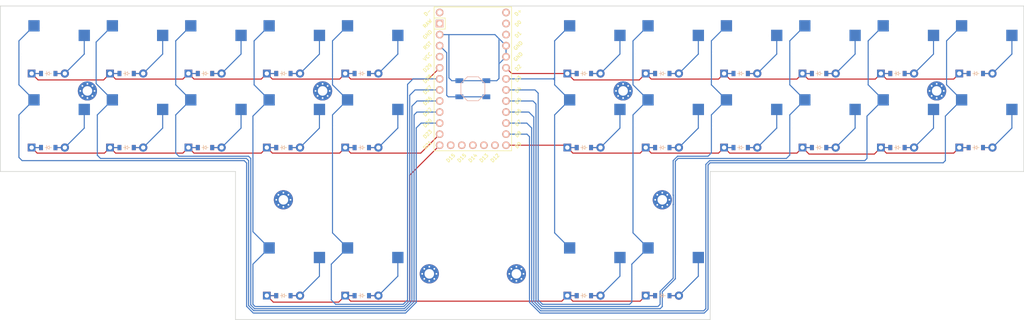
<source format=kicad_pcb>
(kicad_pcb (version 20241229) (generator "pcbnew") (generator_version "9.0")
  (title_block (title "pcb") (rev "v1.0.0") (company "Unknown"))
  (layers (0 "F.Cu" signal) (2 "B.Cu" signal) (13 "F.Paste" user) (15 "B.Paste" user) (5 "F.SilkS" user) (7 "B.SilkS" user) (1 "F.Mask" user) (3 "B.Mask" user) (25 "Edge.Cuts" user))
  (net 0 "")
  (net 1 "D20")
  (net 2 "pinky_lbottom")
  (net 3 "pinky_ltop")
  (net 4 "D22")
  (net 5 "ring_lbottom")
  (net 6 "ring_ltop")
  (net 7 "D26")
  (net 8 "middle_lbottom")
  (net 9 "middle_ltop")
  (net 10 "D27")
  (net 11 "index_lbottom")
  (net 12 "index_ltop")
  (net 13 "D28")
  (net 14 "inner_lbottom")
  (net 15 "inner_ltop")
  (net 16 "D3")
  (net 17 "inner_rbottom")
  (net 18 "inner_rtop")
  (net 19 "D4")
  (net 20 "index_rbottom")
  (net 21 "index_rtop")
  (net 22 "D5")
  (net 23 "middle_rbottom")
  (net 24 "middle_rtop")
  (net 25 "D6")
  (net 26 "ring_rbottom")
  (net 27 "ring_rtop")
  (net 28 "D7")
  (net 29 "pinky_rbottom")
  (net 30 "pinky_rtop")
  (net 31 "D8")
  (net 32 "outer_rbottom")
  (net 33 "outer_rtop")
  (net 34 "outer_lttop")
  (net 35 "inner_lttop")
  (net 36 "inner_rttop")
  (net 37 "outer_rttop")
  (net 38 "D23")
  (net 39 "D29")
  (net 40 "D9")
  (net 41 "D2")
  (net 42 "D21")
  (net 43 "Dm")
  (net 44 "RAW")
  (net 45 "GND")
  (net 46 "RST")
  (net 47 "VCC")
  (net 48 "D12")
  (net 49 "D13")
  (net 50 "D14")
  (net 51 "D15")
  (net 52 "D16")
  (net 53 "Dp")
  (net 54 "D0")
  (net 55 "D1")
  (footprint "E73:SW_TACT_ALPS_SKQGABE010" (layer "F.Cu") (at 197.5 91.5)
    (property "Reference" "B1" (hide yes))
    (property "Value" "" (hide yes))
  )
  (footprint "PG1350" (layer "F.Cu") (at 154 83)
    (property "Reference" "S8" (hide yes))
    (property "Value" "" (hide yes))
  )
  (footprint "PG1350" (layer "F.Cu") (at 241 83)
    (property "Reference" "S14" (hide yes))
    (property "Value" "" (hide yes))
  )
  (footprint "PG1350" (layer "F.Cu") (at 241 134)
    (property "Reference" "S26" (hide yes))
    (property "Value" "" (hide yes))
  )
  (footprint "ComboDiode" (layer "F.Cu") (at 172 105)
    (property "Reference" "D9" (hide yes))
    (property "Value" "" (hide yes))
  )
  (footprint "PG1350" (layer "F.Cu") (at 118 100)
    (property "Reference" "S3" (hide yes))
    (property "Value" "" (hide yes))
  )
  (footprint "PG1350" (layer "F.Cu") (at 313 83)
    (property "Reference" "S22" (hide yes))
    (property "Value" "" (hide yes))
  )
  (footprint "PG1350" (layer "F.Cu") (at 259 100)
    (property "Reference" "S15" (hide yes))
    (property "Value" "" (hide yes))
  )
  (footprint "PG1350" (layer "F.Cu") (at 154 100)
    (property "Reference" "S7" (hide yes))
    (property "Value" "" (hide yes))
  )
  (footprint "ComboDiode" (layer "F.Cu") (at 223 139)
    (property "Reference" "D25" (hide yes))
    (property "Value" "" (hide yes))
  )
  (footprint "ComboDiode" (layer "F.Cu") (at 277 88)
    (property "Reference" "D18" (hide yes))
    (property "Value" "" (hide yes))
  )
  (footprint "ComboDiode" (layer "F.Cu") (at 100 105)
    (property "Reference" "D1" (hide yes))
    (property "Value" "" (hide yes))
  )
  (footprint "Mount_Hole_2.2mm_Pad_Via" (layer "F.Cu") (at 232 92)
    (property "Reference" "_3" (hide yes))
    (property "Value" "")
  )
  (footprint "Mount_Hole_2.2mm_Pad_Via" (layer "F.Cu") (at 187.5 134)
    (property "Reference" "_7" (hide yes))
    (property "Value" "")
  )
  (footprint "PG1350" (layer "F.Cu") (at 136 83)
    (property "Reference" "S6" (hide yes))
    (property "Value" "" (hide yes))
  )
  (footprint "PG1350" (layer "F.Cu") (at 172 100)
    (property "Reference" "S9" (hide yes))
    (property "Value" "" (hide yes))
  )
  (footprint "ComboDiode" (layer "F.Cu") (at 277 105)
    (property "Reference" "D17" (hide yes))
    (property "Value" "" (hide yes))
  )
  (footprint "ComboDiode" (layer "F.Cu") (at 295 88)
    (property "Reference" "D20" (hide yes))
    (property "Value" "" (hide yes))
  )
  (footprint "ComboDiode" (layer "F.Cu") (at 259 105)
    (property "Reference" "D15" (hide yes))
    (property "Value" "" (hide yes))
  )
  (footprint "ComboDiode" (layer "F.Cu") (at 241 105)
    (property "Reference" "D13" (hide yes))
    (property "Value" "" (hide yes))
  )
  (footprint "PG1350" (layer "F.Cu") (at 118 83)
    (property "Reference" "S4" (hide yes))
    (property "Value" "" (hide yes))
  )
  (footprint "PG1350" (layer "F.Cu") (at 313 100)
    (property "Reference" "S21" (hide yes))
    (property "Value" "" (hide yes))
  )
  (footprint "Mount_Hole_2.2mm_Pad_Via" (layer "F.Cu") (at 304 92)
    (property "Reference" "_4" (hide yes))
    (property "Value" "")
  )
  (footprint "ComboDiode" (layer "F.Cu") (at 241 139)
    (property "Reference" "D26" (hide yes))
    (property "Value" "" (hide yes))
  )
  (footprint "ComboDiode" (layer "F.Cu") (at 295 105)
    (property "Reference" "D19" (hide yes))
    (property "Value" "" (hide yes))
  )
  (footprint "PG1350" (layer "F.Cu") (at 223 134)
    (property "Reference" "S25" (hide yes))
    (property "Value" "" (hide yes))
  )
  (footprint "ComboDiode" (layer "F.Cu") (at 118 88)
    (property "Reference" "D4" (hide yes))
    (property "Value" "" (hide yes))
  )
  (footprint "Mount_Hole_2.2mm_Pad_Via" (layer "F.Cu") (at 241 117)
    (property "Reference" "_6" (hide yes))
    (property "Value" "")
  )
  (footprint "ComboDiode" (layer "F.Cu") (at 154 139)
    (property "Reference" "D23" (hide yes))
    (property "Value" "" (hide yes))
  )
  (footprint "PG1350" (layer "F.Cu") (at 154 134)
    (property "Reference" "S23" (hide yes))
    (property "Value" "" (hide yes))
  )
  (footprint "ComboDiode" (layer "F.Cu") (at 223 105)
    (property "Reference" "D11" (hide yes))
    (property "Value" "" (hide yes))
  )
  (footprint "ComboDiode" (layer "F.Cu") (at 313 88)
    (property "Reference" "D22" (hide yes))
    (property "Value" "" (hide yes))
  )
  (footprint "Mount_Hole_2.2mm_Pad_Via" (layer "F.Cu") (at 207.5 134)
    (property "Reference" "_8" (hide yes))
    (property "Value" "")
  )
  (footprint "ComboDiode" (layer "F.Cu") (at 154 88)
    (property "Reference" "D8" (hide yes))
    (property "Value" "" (hide yes))
  )
  (footprint "ComboDiode" (layer "F.Cu") (at 118 105)
    (property "Reference" "D3" (hide yes))
    (property "Value" "" (hide yes))
  )
  (footprint "ComboDiode" (layer "F.Cu") (at 136 88)
    (property "Reference" "D6" (hide yes))
    (property "Value" "" (hide yes))
  )
  (footprint "ProMicro" (layer "F.Cu") (at 197.5 90.5 -90)
    (property "Reference" "MCU1" (hide yes))
    (property "Value" "" (hide yes))
  )
  (footprint "PG1350" (layer "F.Cu") (at 223 83)
    (property "Reference" "S12" (hide yes))
    (property "Value" "" (hide yes))
  )
  (footprint "ComboDiode" (layer "F.Cu") (at 172 88)
    (property "Reference" "D10" (hide yes))
    (property "Value" "" (hide yes))
  )
  (footprint "Mount_Hole_2.2mm_Pad_Via" (layer "F.Cu") (at 163 92)
    (property "Reference" "_2" (hide yes))
    (property "Value" "")
  )
  (footprint "ComboDiode" (layer "F.Cu") (at 259 88)
    (property "Reference" "D16" (hide yes))
    (property "Value" "" (hide yes))
  )
  (footprint "PG1350" (layer "F.Cu") (at 277 83)
    (property "Reference" "S18" (hide yes))
    (property "Value" "" (hide yes))
  )
  (footprint "ComboDiode" (layer "F.Cu") (at 136 105)
    (property "Reference" "D5" (hide yes))
    (property "Value" "" (hide yes))
  )
  (footprint "PG1350" (layer "F.Cu") (at 241 100)
    (property "Reference" "S13" (hide yes))
    (property "Value" "" (hide yes))
  )
  (footprint "Mount_Hole_2.2mm_Pad_Via" (layer "F.Cu") (at 154 117)
    (property "Reference" "_5" (hide yes))
    (property "Value" "")
  )
  (footprint "ComboDiode" (layer "F.Cu") (at 223 88)
    (property "Reference" "D12" (hide yes))
    (property "Value" "" (hide yes))
  )
  (footprint "PG1350" (layer "F.Cu") (at 223 100)
    (property "Reference" "S11" (hide yes))
    (property "Value" "" (hide yes))
  )
  (footprint "PG1350" (layer "F.Cu") (at 100 83)
    (property "Reference" "S2" (hide yes))
    (property "Value" "" (hide yes))
  )
  (footprint "PG1350" (layer "F.Cu") (at 172 134)
    (property "Reference" "S24" (hide yes))
    (property "Value" "" (hide yes))
  )
  (footprint "ComboDiode" (layer "F.Cu") (at 100 88)
    (property "Reference" "D2" (hide yes))
    (property "Value" "" (hide yes))
  )
  (footprint "PG1350" (layer "F.Cu") (at 136 100)
    (property "Reference" "S5" (hide yes))
    (property "Value" "" (hide yes))
  )
  (footprint "ComboDiode" (layer "F.Cu") (at 172 139)
    (property "Reference" "D24" (hide yes))
    (property "Value" "" (hide yes))
  )
  (footprint "PG1350" (layer "F.Cu") (at 295 100)
    (property "Reference" "S19" (hide yes))
    (property "Value" "" (hide yes))
  )
  (footprint "ComboDiode" (layer "F.Cu") (at 241 88)
    (property "Reference" "D14" (hide yes))
    (property "Value" "" (hide yes))
  )
  (footprint "ComboDiode" (layer "F.Cu") (at 154 105)
    (property "Reference" "D7" (hide yes))
    (property "Value" "" (hide yes))
  )
  (footprint "PG1350" (layer "F.Cu") (at 277 100)
    (property "Reference" "S17" (hide yes))
    (property "Value" "" (hide yes))
  )
  (footprint "PG1350" (layer "F.Cu") (at 259 83)
    (property "Reference" "S16" (hide yes))
    (property "Value" "" (hide yes))
  )
  (footprint "ComboDiode" (layer "F.Cu") (at 313 105)
    (property "Reference" "D21" (hide yes))
    (property "Value" "" (hide yes))
  )
  (footprint "Mount_Hole_2.2mm_Pad_Via" (layer "F.Cu") (at 109 92)
    (property "Reference" "_1" (hide yes))
    (property "Value" "")
  )
  (footprint "PG1350" (layer "F.Cu") (at 172 83)
    (property "Reference" "S10" (hide yes))
    (property "Value" "" (hide yes))
  )
  (footprint "PG1350" (layer "F.Cu") (at 100 100)
    (property "Reference" "S1" (hide yes))
    (property "Value" "" (hide yes))
  )
  (footprint "PG1350" (layer "F.Cu") (at 295 83)
    (property "Reference" "S20" (hide yes))
    (property "Value" "" (hide yes))
  )
  (gr_line (start 324 110.5) (end 252 110.5) (stroke (width 0.15)) (layer "Edge.Cuts"))
  (gr_line (start 252 110.5) (end 252 144.5) (stroke (width 0.15)) (layer "Edge.Cuts"))
  (gr_line (start 324 72.5) (end 324 110.5) (stroke (width 0.15)) (layer "Edge.Cuts"))
  (gr_line (start 89 72.5) (end 324 72.5) (stroke (width 0.15)) (layer "Edge.Cuts"))
  (gr_line (start 252 144.5) (end 143 144.5) (stroke (width 0.15)) (layer "Edge.Cuts"))
  (gr_line (start 143 144.5) (end 143 110.5) (stroke (width 0.15)) (layer "Edge.Cuts"))
  (gr_line (start 143 110.5) (end 89 110.5) (stroke (width 0.15)) (layer "Edge.Cuts"))
  (gr_line (start 89 110.5) (end 89 72.5) (stroke (width 0.15)) (layer "Edge.Cuts"))
  (segment (start 182.05124 143) (end 184.5 140.55124) (width 0.25) (layer "B.Cu") (net 1))
  (segment (start 185.61 99.39) (end 189.88 99.39) (width 0.25) (layer "B.Cu") (net 1))
  (segment (start 94 108) (end 145 108) (width 0.25) (layer "B.Cu") (net 1))
  (segment (start 145.549 141.46243) (end 147.08657 143) (width 0.25) (layer "B.Cu") (net 1))
  (segment (start 145.549 108.549) (end 145.549 141.46243) (width 0.25) (layer "B.Cu") (net 1))
  (segment (start 93.2731 80.5019) (end 96.725 77.05) (width 0.25) (layer "B.Cu") (net 1))
  (segment (start 93.2731 97.5019) (end 93.2731 107.2731) (width 0.25) (layer "B.Cu") (net 1))
  (segment (start 147.08657 143) (end 182.05124 143) (width 0.25) (layer "B.Cu") (net 1))
  (segment (start 93.2731 107.2731) (end 94 108) (width 0.25) (layer "B.Cu") (net 1))
  (segment (start 145 108) (end 145.549 108.549) (width 0.25) (layer "B.Cu") (net 1))
  (segment (start 184.5 100.5) (end 185.61 99.39) (width 0.25) (layer "B.Cu") (net 1))
  (segment (start 184.5 140.55124) (end 184.5 100.5) (width 0.25) (layer "B.Cu") (net 1))
  (segment (start 96.725 94.05) (end 93.2731 90.5981) (width 0.25) (layer "B.Cu") (net 1))
  (segment (start 96.725 94.05) (end 93.2731 97.5019) (width 0.25) (layer "B.Cu") (net 1))
  (segment (start 93.2731 90.5981) (end 93.2731 80.5019) (width 0.25) (layer "B.Cu") (net 1))
  (segment (start 103.81 105) (end 101.65 105) (width 0.25) (layer "F.Cu") (net 2))
  (segment (start 101.65 105) (end 103.81 105) (width 0.25) (layer "B.Cu") (net 2))
  (segment (start 108.275 100.535) (end 108.275 96.25) (width 0.25) (layer "B.Cu") (net 2))
  (segment (start 103.81 105) (end 108.275 100.535) (width 0.25) (layer "B.Cu") (net 2))
  (segment (start 101.65 88) (end 103.81 88) (width 0.25) (layer "F.Cu") (net 3))
  (segment (start 108.275 83.535) (end 108.275 79.25) (width 0.25) (layer "B.Cu") (net 3))
  (segment (start 103.81 88) (end 108.275 83.535) (width 0.25) (layer "B.Cu") (net 3))
  (segment (start 101.65 88) (end 103.81 88) (width 0.25) (layer "B.Cu") (net 3))
  (segment (start 114.725 94.05) (end 111 90.325) (width 0.25) (layer "B.Cu") (net 4))
  (segment (start 111 80.775) (end 114.725 77.05) (width 0.25) (layer "B.Cu") (net 4))
  (segment (start 146 108) (end 146 141.27562) (width 0.25) (layer "B.Cu") (net 4))
  (segment (start 184 97.5) (end 184.65 96.85) (width 0.25) (layer "B.Cu") (net 4))
  (segment (start 181.96243 142.451) (end 184 140.41343) (width 0.25) (layer "B.Cu") (net 4))
  (segment (start 184.65 96.85) (end 189.88 96.85) (width 0.25) (layer "B.Cu") (net 4))
  (segment (start 146 141.27562) (end 147.17538 142.451) (width 0.25) (layer "B.Cu") (net 4))
  (segment (start 147.17538 142.451) (end 181.96243 142.451) (width 0.25) (layer "B.Cu") (net 4))
  (segment (start 145.5 107.5) (end 146 108) (width 0.25) (layer "B.Cu") (net 4))
  (segment (start 111 90.325) (end 111 80.775) (width 0.25) (layer "B.Cu") (net 4))
  (segment (start 111.2731 97.5019) (end 111.2731 106.7731) (width 0.25) (layer "B.Cu") (net 4))
  (segment (start 112 107.5) (end 145.5 107.5) (width 0.25) (layer "B.Cu") (net 4))
  (segment (start 111.2731 106.7731) (end 112 107.5) (width 0.25) (layer "B.Cu") (net 4))
  (segment (start 184 140.41343) (end 184 97.5) (width 0.25) (layer "B.Cu") (net 4))
  (segment (start 114.725 94.05) (end 111.2731 97.5019) (width 0.25) (layer "B.Cu") (net 4))
  (segment (start 121.81 105) (end 119.65 105) (width 0.25) (layer "F.Cu") (net 5))
  (segment (start 126.275 100.535) (end 126.275 96.25) (width 0.25) (layer "B.Cu") (net 5))
  (segment (start 119.65 105) (end 121.81 105) (width 0.25) (layer "B.Cu") (net 5))
  (segment (start 121.81 105) (end 126.275 100.535) (width 0.25) (layer "B.Cu") (net 5))
  (segment (start 119.65 88) (end 121.81 88) (width 0.25) (layer "F.Cu") (net 6))
  (segment (start 126.275 83.535) (end 126.275 79.25) (width 0.25) (layer "B.Cu") (net 6))
  (segment (start 119.65 88) (end 121.81 88) (width 0.25) (layer "B.Cu") (net 6))
  (segment (start 121.81 88) (end 126.275 83.535) (width 0.25) (layer "B.Cu") (net 6))
  (segment (start 130 107) (end 146 107) (width 0.25) (layer "B.Cu") (net 7))
  (segment (start 183.5 95.5) (end 184.69 94.31) (width 0.25) (layer "B.Cu") (net 7))
  (segment (start 146.5 141.13781) (end 147.36219 142) (width 0.25) (layer "B.Cu") (net 7))
  (segment (start 146.5 107.5) (end 146.5 141.13781) (width 0.25) (layer "B.Cu") (net 7))
  (segment (start 183.5 140.27562) (end 183.5 95.5) (width 0.25) (layer "B.Cu") (net 7))
  (segment (start 132.725 94.05) (end 129.2731 90.5981) (width 0.25) (layer "B.Cu") (net 7))
  (segment (start 147.36219 142) (end 181.77562 142) (width 0.25) (layer "B.Cu") (net 7))
  (segment (start 129.2731 106.2731) (end 130 107) (width 0.25) (layer "B.Cu") (net 7))
  (segment (start 184.69 94.31) (end 189.88 94.31) (width 0.25) (layer "B.Cu") (net 7))
  (segment (start 129.2731 80.5019) (end 132.725 77.05) (width 0.25) (layer "B.Cu") (net 7))
  (segment (start 129.2731 90.5981) (end 129.2731 80.5019) (width 0.25) (layer "B.Cu") (net 7))
  (segment (start 132.725 94.05) (end 129.2731 97.5019) (width 0.25) (layer "B.Cu") (net 7))
  (segment (start 129.2731 97.5019) (end 129.2731 106.2731) (width 0.25) (layer "B.Cu") (net 7))
  (segment (start 146 107) (end 146.5 107.5) (width 0.25) (layer "B.Cu") (net 7))
  (segment (start 181.77562 142) (end 183.5 140.27562) (width 0.25) (layer "B.Cu") (net 7))
  (segment (start 139.81 105) (end 137.65 105) (width 0.25) (layer "F.Cu") (net 8))
  (segment (start 137.65 105) (end 139.81 105) (width 0.25) (layer "B.Cu") (net 8))
  (segment (start 144.275 100.535) (end 144.275 96.25) (width 0.25) (layer "B.Cu") (net 8))
  (segment (start 139.81 105) (end 144.275 100.535) (width 0.25) (layer "B.Cu") (net 8))
  (segment (start 137.65 88) (end 139.81 88) (width 0.25) (layer "F.Cu") (net 9))
  (segment (start 144.275 83.535) (end 144.275 79.25) (width 0.25) (layer "B.Cu") (net 9))
  (segment (start 139.81 88) (end 144.275 83.535) (width 0.25) (layer "B.Cu") (net 9))
  (segment (start 137.65 88) (end 139.81 88) (width 0.25) (layer "B.Cu") (net 9))
  (segment (start 150.725 94.05) (end 147.2731 90.5981) (width 0.25) (layer "B.Cu") (net 10))
  (segment (start 147.2731 80.5019) (end 150.725 77.05) (width 0.25) (layer "B.Cu") (net 10))
  (segment (start 150.725 128.05) (end 147 124.325) (width 0.25) (layer "B.Cu") (net 10))
  (segment (start 147 124.325) (end 147 97.775) (width 0.25) (layer "B.Cu") (net 10))
  (segment (start 183 93) (end 184.23 91.77) (width 0.25) (layer "B.Cu") (net 10))
  (segment (start 147 131.775) (end 147 141) (width 0.25) (layer "B.Cu") (net 10))
  (segment (start 147.5 141.5) (end 181.63781 141.5) (width 0.25) (layer "B.Cu") (net 10))
  (segment (start 147 141) (end 147.5 141.5) (width 0.25) (layer "B.Cu") (net 10))
  (segment (start 147.2731 90.5981) (end 147.2731 80.5019) (width 0.25) (layer "B.Cu") (net 10))
  (segment (start 183 140.13781) (end 183 93) (width 0.25) (layer "B.Cu") (net 10))
  (segment (start 181.63781 141.5) (end 183 140.13781) (width 0.25) (layer "B.Cu") (net 10))
  (segment (start 184.23 91.77) (end 189.88 91.77) (width 0.25) (layer "B.Cu") (net 10))
  (segment (start 147 97.775) (end 150.725 94.05) (width 0.25) (layer "B.Cu") (net 10))
  (segment (start 150.725 128.05) (end 147 131.775) (width 0.25) (layer "B.Cu") (net 10))
  (segment (start 157.81 105) (end 155.65 105) (width 0.25) (layer "F.Cu") (net 11))
  (segment (start 162.275 100.535) (end 162.275 96.25) (width 0.25) (layer "B.Cu") (net 11))
  (segment (start 157.81 105) (end 162.275 100.535) (width 0.25) (layer "B.Cu") (net 11))
  (segment (start 157.81 105) (end 155.65 105) (width 0.25) (layer "B.Cu") (net 11))
  (segment (start 155.65 88) (end 157.81 88) (width 0.25) (layer "F.Cu") (net 12))
  (segment (start 157.81 88) (end 162.275 83.535) (width 0.25) (layer "B.Cu") (net 12))
  (segment (start 162.275 83.535) (end 162.275 79.25) (width 0.25) (layer "B.Cu") (net 12))
  (segment (start 155.65 88) (end 157.81 88) (width 0.25) (layer "B.Cu") (net 12))
  (segment (start 165 131.775) (end 165 140) (width 0.25) (layer "B.Cu") (net 13))
  (segment (start 168.725 94.05) (end 165.2731 90.5981) (width 0.25) (layer "B.Cu") (net 13))
  (segment (start 181.5 141) (end 182.5 140) (width 0.25) (layer "B.Cu") (net 13))
  (segment (start 165.2731 97.5019) (end 168.725 94.05) (width 0.25) (layer "B.Cu") (net 13))
  (segment (start 182.5 126) (end 182.5 90.5) (width 0.25) (layer "B.Cu") (net 13))
  (segment (start 165.2731 124.5981) (end 165.2731 97.5019) (width 0.25) (layer "B.Cu") (net 13))
  (segment (start 182.5 140) (end 182.5 126) (width 0.25) (layer "B.Cu") (net 13))
  (segment (start 165.2731 90.5981) (end 165.2731 80.5019) (width 0.25) (layer "B.Cu") (net 13))
  (segment (start 165 140) (end 166 141) (width 0.25) (layer "B.Cu") (net 13))
  (segment (start 165.2731 80.5019) (end 168.725 77.05) (width 0.25) (layer "B.Cu") (net 13))
  (segment (start 168.725 128.05) (end 165.2731 124.5981) (width 0.25) (layer "B.Cu") (net 13))
  (segment (start 166 141) (end 181.5 141) (width 0.25) (layer "B.Cu") (net 13))
  (segment (start 183.77 89.23) (end 189.88 89.23) (width 0.25) (layer "B.Cu") (net 13))
  (segment (start 168.725 128.05) (end 165 131.775) (width 0.25) (layer "B.Cu") (net 13))
  (segment (start 182.5 90.5) (end 183.77 89.23) (width 0.25) (layer "B.Cu") (net 13))
  (segment (start 175.81 105) (end 173.65 105) (width 0.25) (layer "F.Cu") (net 14))
  (segment (start 175.81 105) (end 173.65 105) (width 0.25) (layer "B.Cu") (net 14))
  (segment (start 180.275 100.535) (end 180.275 96.25) (width 0.25) (layer "B.Cu") (net 14))
  (segment (start 175.81 105) (end 180.275 100.535) (width 0.25) (layer "B.Cu") (net 14))
  (segment (start 173.65 88) (end 175.81 88) (width 0.25) (layer "F.Cu") (net 15))
  (segment (start 173.65 88) (end 175.81 88) (width 0.25) (layer "B.Cu") (net 15))
  (segment (start 175.81 88) (end 180.275 83.535) (width 0.25) (layer "B.Cu") (net 15))
  (segment (start 180.275 83.535) (end 180.275 79.25) (width 0.25) (layer "B.Cu") (net 15))
  (segment (start 205.12 89.23) (end 216.0031 89.23) (width 0.25) (layer "B.Cu") (net 16))
  (segment (start 216.2731 90.5981) (end 216.2731 89.5) (width 0.25) (layer "B.Cu") (net 16))
  (segment (start 219.725 128.05) (end 216.2731 124.5981) (width 0.25) (layer "B.Cu") (net 16))
  (segment (start 219.725 94.05) (end 216.2731 90.5981) (width 0.25) (layer "B.Cu") (net 16))
  (segment (start 216.2731 80.5019) (end 219.725 77.05) (width 0.25) (layer "B.Cu") (net 16))
  (segment (start 216.0031 89.23) (end 216.2731 89.5) (width 0.25) (layer "B.Cu") (net 16))
  (segment (start 216.2731 89) (end 216.2731 80.5019) (width 0.25) (layer "B.Cu") (net 16))
  (segment (start 216.0031 89.23) (end 216.0431 89.23) (width 0.25) (layer "B.Cu") (net 16))
  (segment (start 216.0431 89.23) (end 216.2731 89) (width 0.25) (layer "B.Cu") (net 16))
  (segment (start 216.2731 89.5) (end 216.2731 89) (width 0.25) (layer "B.Cu") (net 16))
  (segment (start 216.2731 97.5019) (end 219.725 94.05) (width 0.25) (layer "B.Cu") (net 16))
  (segment (start 216.2731 124.5981) (end 216.2731 97.5019) (width 0.25) (layer "B.Cu") (net 16))
  (segment (start 226.81 105) (end 224.65 105) (width 0.25) (layer "F.Cu") (net 17))
  (segment (start 231.275 100.535) (end 231.275 96.25) (width 0.25) (layer "B.Cu") (net 17))
  (segment (start 226.81 105) (end 231.275 100.535) (width 0.25) (layer "B.Cu") (net 17))
  (segment (start 226.81 105) (end 224.65 105) (width 0.25) (layer "B.Cu") (net 17))
  (segment (start 224.65 88) (end 226.81 88) (width 0.25) (layer "F.Cu") (net 18))
  (segment (start 226.81 88) (end 231.275 83.535) (width 0.25) (layer "B.Cu") (net 18))
  (segment (start 224.65 88) (end 226.81 88) (width 0.25) (layer "B.Cu") (net 18))
  (segment (start 231.275 83.535) (end 231.275 79.25) (width 0.25) (layer "B.Cu") (net 18))
  (segment (start 237.725 94.05) (end 234.2731 90.5981) (width 0.25) (layer "B.Cu") (net 19))
  (segment (start 234.2731 90.5981) (end 234.2731 80.5019) (width 0.25) (layer "B.Cu") (net 19))
  (segment (start 237.725 128.05) (end 234.2731 124.5981) (width 0.25) (layer "B.Cu") (net 19))
  (segment (start 234 131.775) (end 234 140.5) (width 0.25) (layer "B.Cu") (net 19))
  (segment (start 233.5 141) (end 213.5 141) (width 0.25) (layer "B.Cu") (net 19))
  (segment (start 234.2731 97.5019) (end 237.725 94.05) (width 0.25) (layer "B.Cu") (net 19))
  (segment (start 212.5 92.5) (end 211.77 91.77) (width 0.25) (layer "B.Cu") (net 19))
  (segment (start 211.77 91.77) (end 205.12 91.77) (width 0.25) (layer "B.Cu") (net 19))
  (segment (start 234.2731 80.5019) (end 237.725 77.05) (width 0.25) (layer "B.Cu") (net 19))
  (segment (start 237.725 128.05) (end 234 131.775) (width 0.25) (layer "B.Cu") (net 19))
  (segment (start 213.5 141) (end 212.5 140) (width 0.25) (layer "B.Cu") (net 19))
  (segment (start 234.2731 124.5981) (end 234.2731 97.5019) (width 0.25) (layer "B.Cu") (net 19))
  (segment (start 212.5 140) (end 212.5 92.5) (width 0.25) (layer "B.Cu") (net 19))
  (segment (start 234 140.5) (end 233.5 141) (width 0.25) (layer "B.Cu") (net 19))
  (segment (start 244.81 105) (end 242.65 105) (width 0.25) (layer "F.Cu") (net 20))
  (segment (start 249.275 100.535) (end 249.275 96.25) (width 0.25) (layer "B.Cu") (net 20))
  (segment (start 244.81 105) (end 242.65 105) (width 0.25) (layer "B.Cu") (net 20))
  (segment (start 244.81 105) (end 249.275 100.535) (width 0.25) (layer "B.Cu") (net 20))
  (segment (start 242.65 88) (end 244.81 88) (width 0.25) (layer "F.Cu") (net 21))
  (segment (start 249.275 83.535) (end 249.275 79.25) (width 0.25) (layer "B.Cu") (net 21))
  (segment (start 242.65 88) (end 244.81 88) (width 0.25) (layer "B.Cu") (net 21))
  (segment (start 244.81 88) (end 249.275 83.535) (width 0.25) (layer "B.Cu") (net 21))
  (segment (start 252.2731 97.5019) (end 252.2731 106.2269) (width 0.25) (layer "B.Cu") (net 22))
  (segment (start 251.5 107) (end 244.5 107) (width 0.25) (layer "B.Cu") (net 22))
  (segment (start 243.526 118.046304) (end 243.5 118.072304) (width 0.25) (layer "B.Cu") (net 22))
  (segment (start 255.725 94.05) (end 252.2731 97.5019) (width 0.25) (layer "B.Cu") (net 22))
  (segment (start 252.2731 80.5019) (end 255.725 77.05) (width 0.25) (layer "B.Cu") (net 22))
  (segment (start 252.2731 90.5981) (end 252.2731 80.5019) (width 0.25) (layer "B.Cu") (net 22))
  (segment (start 243.5 135) (end 240.5 138) (width 0.25) (layer "B.Cu") (net 22))
  (segment (start 244.5 107) (end 243.5 108) (width 0.25) (layer "B.Cu") (net 22))
  (segment (start 252.2731 106.2269) (end 251.5 107) (width 0.25) (layer "B.Cu") (net 22))
  (segment (start 243.526 115.953696) (end 243.526 118.046304) (width 0.25) (layer "B.Cu") (net 22))
  (segment (start 243.5 115.927696) (end 243.526 115.953696) (width 0.25) (layer "B.Cu") (net 22))
  (segment (start 240.5 141) (end 240 141.5) (width 0.25) (layer "B.Cu") (net 22))
  (segment (start 243.5 118.072304) (end 243.5 135) (width 0.25) (layer "B.Cu") (net 22))
  (segment (start 243.5 108) (end 243.5 115.927696) (width 0.25) (layer "B.Cu") (net 22))
  (segment (start 212 140.13781) (end 212 95) (width 0.25) (layer "B.Cu") (net 22))
  (segment (start 255.725 94.05) (end 252.2731 90.5981) (width 0.25) (layer "B.Cu") (net 22))
  (segment (start 211.31 94.31) (end 205.12 94.31) (width 0.25) (layer "B.Cu") (net 22))
  (segment (start 213.36219 141.5) (end 212 140.13781) (width 0.25) (layer "B.Cu") (net 22))
  (segment (start 240 141.5) (end 213.36219 141.5) (width 0.25) (layer "B.Cu") (net 22))
  (segment (start 212 95) (end 211.31 94.31) (width 0.25) (layer "B.Cu") (net 22))
  (segment (start 240.5 138) (end 240.5 141) (width 0.25) (layer "B.Cu") (net 22))
  (segment (start 262.81 105) (end 260.65 105) (width 0.25) (layer "F.Cu") (net 23))
  (segment (start 262.81 105) (end 267.275 100.535) (width 0.25) (layer "B.Cu") (net 23))
  (segment (start 267.275 100.535) (end 267.275 96.25) (width 0.25) (layer "B.Cu") (net 23))
  (segment (start 262.81 105) (end 260.65 105) (width 0.25) (layer "B.Cu") (net 23))
  (segment (start 260.65 88) (end 262.81 88) (width 0.25) (layer "F.Cu") (net 24))
  (segment (start 267.275 83.535) (end 267.275 79.25) (width 0.25) (layer "B.Cu") (net 24))
  (segment (start 260.65 88) (end 262.81 88) (width 0.25) (layer "B.Cu") (net 24))
  (segment (start 262.81 88) (end 267.275 83.535) (width 0.25) (layer "B.Cu") (net 24))
  (segment (start 244 135.13781) (end 241 138.13781) (width 0.25) (layer "B.Cu") (net 25))
  (segment (start 244.63781 107.5) (end 244 108.13781) (width 0.25) (layer "B.Cu") (net 25))
  (segment (start 270.2731 97.5019) (end 270.2731 106.7269) (width 0.25) (layer "B.Cu") (net 25))
  (segment (start 241 141.5) (end 240.5 142) (width 0.25) (layer "B.Cu") (net 25))
  (segment (start 244 108.13781) (end 244 135.13781) (width 0.25) (layer "B.Cu") (net 25))
  (segment (start 240.5 142) (end 213.22438 142) (width 0.25) (layer "B.Cu") (net 25))
  (segment (start 273.725 94.05) (end 270.2731 97.5019) (width 0.25) (layer "B.Cu") (net 25))
  (segment (start 210.35 96.85) (end 205.12 96.85) (width 0.25) (layer "B.Cu") (net 25))
  (segment (start 213.22438 142) (end 211.5 140.27562) (width 0.25) (layer "B.Cu") (net 25))
  (segment (start 270.2731 90.5981) (end 270.2731 80.5019) (width 0.25) (layer "B.Cu") (net 25))
  (segment (start 269.5 107.5) (end 244.63781 107.5) (width 0.25) (layer "B.Cu") (net 25))
  (segment (start 273.725 94.05) (end 270.2731 90.5981) (width 0.25) (layer "B.Cu") (net 25))
  (segment (start 270.2731 106.7269) (end 269.5 107.5) (width 0.25) (layer "B.Cu") (net 25))
  (segment (start 211.5 98) (end 210.35 96.85) (width 0.25) (layer "B.Cu") (net 25))
  (segment (start 211.5 140.27562) (end 211.5 98) (width 0.25) (layer "B.Cu") (net 25))
  (segment (start 270.2731 80.5019) (end 273.725 77.05) (width 0.25) (layer "B.Cu") (net 25))
  (segment (start 241 138.13781) (end 241 141.5) (width 0.25) (layer "B.Cu") (net 25))
  (segment (start 280.81 105) (end 278.65 105) (width 0.25) (layer "F.Cu") (net 26))
  (segment (start 285.275 100.535) (end 285.275 96.25) (width 0.25) (layer "B.Cu") (net 26))
  (segment (start 280.81 105) (end 285.275 100.535) (width 0.25) (layer "B.Cu") (net 26))
  (segment (start 280.81 105) (end 278.65 105) (width 0.25) (layer "B.Cu") (net 26))
  (segment (start 278.65 88) (end 280.81 88) (width 0.25) (layer "F.Cu") (net 27))
  (segment (start 280.81 88) (end 285.275 83.535) (width 0.25) (layer "B.Cu") (net 27))
  (segment (start 285.275 83.535) (end 285.275 79.25) (width 0.25) (layer "B.Cu") (net 27))
  (segment (start 278.65 88) (end 280.81 88) (width 0.25) (layer "B.Cu") (net 27))
  (segment (start 288 107.5) (end 287.5 108) (width 0.25) (layer "B.Cu") (net 28))
  (segment (start 213.08657 142.5) (end 211 140.41343) (width 0.25) (layer "B.Cu") (net 28))
  (segment (start 287.5 108) (end 251.86219 108) (width 0.25) (layer "B.Cu") (net 28))
  (segment (start 288 97.775) (end 288 107.5) (width 0.25) (layer "B.Cu") (net 28))
  (segment (start 288.2731 80.5019) (end 291.725 77.05) (width 0.25) (layer "B.Cu") (net 28))
  (segment (start 291.725 94.05) (end 288.2731 90.5981) (width 0.25) (layer "B.Cu") (net 28))
  (segment (start 288.2731 90.5981) (end 288.2731 80.5019) (width 0.25) (layer "B.Cu") (net 28))
  (segment (start 251 142) (end 250.5 142.5) (width 0.25) (layer "B.Cu") (net 28))
  (segment (start 250.5 142.5) (end 213.08657 142.5) (width 0.25) (layer "B.Cu") (net 28))
  (segment (start 211 140.41343) (end 211 100.5) (width 0.25) (layer "B.Cu") (net 28))
  (segment (start 209.89 99.39) (end 205.12 99.39) (width 0.25) (layer "B.Cu") (net 28))
  (segment (start 251.86219 108) (end 251 108.86219) (width 0.25) (layer "B.Cu") (net 28))
  (segment (start 291.725 94.05) (end 288 97.775) (width 0.25) (layer "B.Cu") (net 28))
  (segment (start 251 108.86219) (end 251 142) (width 0.25) (layer "B.Cu") (net 28))
  (segment (start 211 100.5) (end 209.89 99.39) (width 0.25) (layer "B.Cu") (net 28))
  (segment (start 298.81 105) (end 296.65 105) (width 0.25) (layer "F.Cu") (net 29))
  (segment (start 298.81 105) (end 303.275 100.535) (width 0.25) (layer "B.Cu") (net 29))
  (segment (start 298.81 105) (end 296.65 105) (width 0.25) (layer "B.Cu") (net 29))
  (segment (start 303.275 100.535) (end 303.275 96.25) (width 0.25) (layer "B.Cu") (net 29))
  (segment (start 296.65 88) (end 298.81 88) (width 0.25) (layer "F.Cu") (net 30))
  (segment (start 296.65 88) (end 298.81 88) (width 0.25) (layer "B.Cu") (net 30))
  (segment (start 298.81 88) (end 303.275 83.535) (width 0.25) (layer "B.Cu") (net 30))
  (segment (start 303.275 83.535) (end 303.275 79.25) (width 0.25) (layer "B.Cu") (net 30))
  (segment (start 306.2731 80.5019) (end 309.725 77.05) (width 0.25) (layer "B.Cu") (net 31))
  (segment (start 212.94876 143) (end 210.5 140.55124) (width 0.25) (layer "B.Cu") (net 31))
  (segment (start 210.5 102.5) (end 209.93 101.93) (width 0.25) (layer "B.Cu") (net 31))
  (segment (start 309.725 94.05) (end 306.2731 90.5981) (width 0.25) (layer "B.Cu") (net 31))
  (segment (start 210.5 140.55124) (end 210.5 102.5) (width 0.25) (layer "B.Cu") (net 31))
  (segment (start 251.5 109) (end 251.5 142.13781) (width 0.25) (layer "B.Cu") (net 31))
  (segment (start 251.5 142.13781) (end 250.63781 143) (width 0.25) (layer "B.Cu") (net 31))
  (segment (start 209.93 101.93) (end 205.12 101.93) (width 0.25) (layer "B.Cu") (net 31))
  (segment (start 306.2731 90.5981) (end 306.2731 80.5019) (width 0.25) (layer "B.Cu") (net 31))
  (segment (start 250.63781 143) (end 212.94876 143) (width 0.25) (layer "B.Cu") (net 31))
  (segment (start 306 97.775) (end 306 108) (width 0.25) (layer "B.Cu") (net 31))
  (segment (start 309.725 94.05) (end 306 97.775) (width 0.25) (layer "B.Cu") (net 31))
  (segment (start 306 108) (end 305.5 108.5) (width 0.25) (layer "B.Cu") (net 31))
  (segment (start 252 108.5) (end 251.5 109) (width 0.25) (layer "B.Cu") (net 31))
  (segment (start 305.5 108.5) (end 252 108.5) (width 0.25) (layer "B.Cu") (net 31))
  (segment (start 316.81 105) (end 314.65 105) (width 0.25) (layer "F.Cu") (net 32))
  (segment (start 316.81 105) (end 314.65 105) (width 0.25) (layer "B.Cu") (net 32))
  (segment (start 321.275 100.535) (end 321.275 96.25) (width 0.25) (layer "B.Cu") (net 32))
  (segment (start 316.81 105) (end 321.275 100.535) (width 0.25) (layer "B.Cu") (net 32))
  (segment (start 314.65 88) (end 316.81 88) (width 0.25) (layer "F.Cu") (net 33))
  (segment (start 321.275 83.535) (end 321.275 79.25) (width 0.25) (layer "B.Cu") (net 33))
  (segment (start 314.65 88) (end 316.81 88) (width 0.25) (layer "B.Cu") (net 33))
  (segment (start 316.81 88) (end 321.275 83.535) (width 0.25) (layer "B.Cu") (net 33))
  (segment (start 155.65 139) (end 157.81 139) (width 0.25) (layer "F.Cu") (net 34))
  (segment (start 157.81 139) (end 155.65 139) (width 0.25) (layer "B.Cu") (net 34))
  (segment (start 157.81 139) (end 162.275 134.535) (width 0.25) (layer "B.Cu") (net 34))
  (segment (start 162.275 134.535) (end 162.275 130.25) (width 0.25) (layer "B.Cu") (net 34))
  (segment (start 173.65 139) (end 175.81 139) (width 0.25) (layer "F.Cu") (net 35))
  (segment (start 175.81 139) (end 173.65 139) (width 0.25) (layer "B.Cu") (net 35))
  (segment (start 175.81 139) (end 180.275 134.535) (width 0.25) (layer "B.Cu") (net 35))
  (segment (start 180.275 134.535) (end 180.275 130.25) (width 0.25) (layer "B.Cu") (net 35))
  (segment (start 224.65 139) (end 226.81 139) (width 0.25) (layer "F.Cu") (net 36))
  (segment (start 231.275 134.535) (end 231.275 130.25) (width 0.25) (layer "B.Cu") (net 36))
  (segment (start 226.81 139) (end 224.65 139) (width 0.25) (layer "B.Cu") (net 36))
  (segment (start 226.81 139) (end 231.275 134.535) (width 0.25) (layer "B.Cu") (net 36))
  (segment (start 242.65 139) (end 244.81 139) (width 0.25) (layer "F.Cu") (net 37))
  (segment (start 244.81 139) (end 242.65 139) (width 0.25) (layer "B.Cu") (net 37))
  (segment (start 249.275 134.535) (end 249.275 130.25) (width 0.25) (layer "B.Cu") (net 37))
  (segment (start 244.81 139) (end 249.275 134.535) (width 0.25) (layer "B.Cu") (net 37))
  (segment (start 166.9115 106.2785) (end 168.19 105) (width 0.25) (layer "F.Cu") (net 38))
  (segment (start 96.19 105) (end 97.4685 106.2785) (width 0.25) (layer "F.Cu") (net 38))
  (segment (start 134.35 105) (end 132.19 105) (width 0.25) (layer "F.Cu") (net 38))
  (segment (start 133.4685 106.2785) (end 148.9115 106.2785) (width 0.25) (layer "F.Cu") (net 38))
  (segment (start 116.35 105) (end 114.19 105) (width 0.25) (layer "F.Cu") (net 38))
  (segment (start 114.19 105) (end 115.4685 106.2785) (width 0.25) (layer "F.Cu") (net 38))
  (segment (start 185.5315 106.2785) (end 189.88 101.93) (width 0.25) (layer "F.Cu") (net 38))
  (segment (start 115.4685 106.2785) (end 130.9115 106.2785) (width 0.25) (layer "F.Cu") (net 38))
  (segment (start 151.4685 106.2785) (end 166.9115 106.2785) (width 0.25) (layer "F.Cu") (net 38))
  (segment (start 150.19 105) (end 151.4685 106.2785) (width 0.25) (layer "F.Cu") (net 38))
  (segment (start 130.9115 106.2785) (end 132.19 105) (width 0.25) (layer "F.Cu") (net 38))
  (segment (start 168.19 105) (end 169.4685 106.2785) (width 0.25) (layer "F.Cu") (net 38))
  (segment (start 112.9115 106.2785) (end 114.19 105) (width 0.25) (layer "F.Cu") (net 38))
  (segment (start 170.35 105) (end 168.19 105) (width 0.25) (layer "F.Cu") (net 38))
  (segment (start 97.4685 106.2785) (end 112.9115 106.2785) (width 0.25) (layer "F.Cu") (net 38))
  (segment (start 132.19 105) (end 133.4685 106.2785) (width 0.25) (layer "F.Cu") (net 38))
  (segment (start 152.35 105) (end 150.19 105) (width 0.25) (layer "F.Cu") (net 38))
  (segment (start 98.35 105) (end 96.19 105) (width 0.25) (layer "F.Cu") (net 38))
  (segment (start 148.9115 106.2785) (end 150.19 105) (width 0.25) (layer "F.Cu") (net 38))
  (segment (start 169.4685 106.2785) (end 185.5315 106.2785) (width 0.25) (layer "F.Cu") (net 38))
  (segment (start 170.35 105) (end 168.19 105) (width 0.25) (layer "B.Cu") (net 38))
  (segment (start 114.19 105) (end 116.35 105) (width 0.25) (layer "B.Cu") (net 38))
  (segment (start 96.19 105) (end 98.35 105) (width 0.25) (layer "B.Cu") (net 38))
  (segment (start 134.35 105) (end 132.19 105) (width 0.25) (layer "B.Cu") (net 38))
  (segment (start 152.35 105) (end 150.19 105) (width 0.25) (layer "B.Cu") (net 38))
  (segment (start 133.4685 89.2785) (end 148.9115 89.2785) (width 0.25) (layer "F.Cu") (net 39))
  (segment (start 132.19 88) (end 134.35 88) (width 0.25) (layer "F.Cu") (net 39))
  (segment (start 168.19 88) (end 170.35 88) (width 0.25) (layer "F.Cu") (net 39))
  (segment (start 97.664 89.474) (end 112.716 89.474) (width 0.25) (layer "F.Cu") (net 39))
  (segment (start 115.4685 89.2785) (end 130.9115 89.2785) (width 0.25) (layer "F.Cu") (net 39))
  (segment (start 166.9115 89.2785) (end 168.19 88) (width 0.25) (layer "F.Cu") (net 39))
  (segment (start 112.716 89.474) (end 114.19 88) (width 0.25) (layer "F.Cu") (net 39))
  (segment (start 151.4685 89.2785) (end 166.9115 89.2785) (width 0.25) (layer "F.Cu") (net 39))
  (segment (start 132.19 88) (end 133.4685 89.2785) (width 0.25) (layer "F.Cu") (net 39))
  (segment (start 150.19 88) (end 151.4685 89.2785) (width 0.25) (layer "F.Cu") (net 39))
  (segment (start 187.2915 89.2785) (end 189.88 86.69) (width 0.25) (layer "F.Cu") (net 39))
  (segment (start 96.19 88) (end 97.664 89.474) (width 0.25) (layer "F.Cu") (net 39))
  (segment (start 130.9115 89.2785) (end 132.19 88) (width 0.25) (layer "F.Cu") (net 39))
  (segment (start 148.9115 89.2785) (end 150.19 88) (width 0.25) (layer "F.Cu") (net 39))
  (segment (start 150.19 88) (end 152.35 88) (width 0.25) (layer "F.Cu") (net 39))
  (segment (start 96.19 88) (end 98.35 88) (width 0.25) (layer "F.Cu") (net 39))
  (segment (start 168.19 88) (end 169.4685 89.2785) (width 0.25) (layer "F.Cu") (net 39))
  (segment (start 169.4685 89.2785) (end 187.2915 89.2785) (width 0.25) (layer "F.Cu") (net 39))
  (segment (start 114.19 88) (end 115.4685 89.2785) (width 0.25) (layer "F.Cu") (net 39))
  (segment (start 114.19 88) (end 116.35 88) (width 0.25) (layer "F.Cu") (net 39))
  (segment (start 150.19 88) (end 152.35 88) (width 0.25) (layer "B.Cu") (net 39))
  (segment (start 132.19 88) (end 134.35 88) (width 0.25) (layer "B.Cu") (net 39))
  (segment (start 114.19 88) (end 116.35 88) (width 0.25) (layer "B.Cu") (net 39))
  (segment (start 96.19 88) (end 98.35 88) (width 0.25) (layer "B.Cu") (net 39))
  (segment (start 168.19 88) (end 170.35 88) (width 0.25) (layer "B.Cu") (net 39))
  (segment (start 274.69 106.5) (end 289.69 106.5) (width 0.25) (layer "F.Cu") (net 40))
  (segment (start 219 105) (end 218.47 104.47) (width 0.25) (layer "F.Cu") (net 40))
  (segment (start 293.35 105) (end 291.19 105) (width 0.25) (layer "F.Cu") (net 40))
  (segment (start 255.19 105) (end 256.4685 106.2785) (width 0.25) (layer "F.Cu") (net 40))
  (segment (start 257.35 105) (end 255.19 105) (width 0.25) (layer "F.Cu") (net 40))
  (segment (start 235.9115 106.2785) (end 237.19 105) (width 0.25) (layer "F.Cu") (net 40))
  (segment (start 307.9115 106.2785) (end 309.19 105) (width 0.25) (layer "F.Cu") (net 40))
  (segment (start 273.19 105) (end 274.69 106.5) (width 0.25) (layer "F.Cu") (net 40))
  (segment (start 220.4685 106.2785) (end 235.9115 106.2785) (width 0.25) (layer "F.Cu") (net 40))
  (segment (start 311.35 105) (end 309.19 105) (width 0.25) (layer "F.Cu") (net 40))
  (segment (start 238.4685 106.2785) (end 253.9115 106.2785) (width 0.25) (layer "F.Cu") (net 40))
  (segment (start 289.69 106.5) (end 291.19 105) (width 0.25) (layer "F.Cu") (net 40))
  (segment (start 219.19 105) (end 220.4685 106.2785) (width 0.25) (layer "F.Cu") (net 40))
  (segment (start 271.9115 106.2785) (end 273.19 105) (width 0.25) (layer "F.Cu") (net 40))
  (segment (start 256.4685 106.2785) (end 271.9115 106.2785) (width 0.25) (layer "F.Cu") (net 40))
  (segment (start 221.35 105) (end 219.19 105) (width 0.25) (layer "F.Cu") (net 40))
  (segment (start 218.47 104.47) (end 205.12 104.47) (width 0.25) (layer "F.Cu") (net 40))
  (segment (start 237.19 105) (end 238.4685 106.2785) (width 0.25) (layer "F.Cu") (net 40))
  (segment (start 275.35 105) (end 273.19 105) (width 0.25) (layer "F.Cu") (net 40))
  (segment (start 292.4685 106.2785) (end 307.9115 106.2785) (width 0.25) (layer "F.Cu") (net 40))
  (segment (start 253.9115 106.2785) (end 255.19 105) (width 0.25) (layer "F.Cu") (net 40))
  (segment (start 291.19 105) (end 292.4685 106.2785) (width 0.25) (layer "F.Cu") (net 40))
  (segment (start 219.19 105) (end 219 105) (width 0.25) (layer "F.Cu") (net 40))
  (segment (start 239.35 105) (end 237.19 105) (width 0.25) (layer "F.Cu") (net 40))
  (segment (start 239.35 105) (end 237.19 105) (width 0.25) (layer "B.Cu") (net 40))
  (segment (start 293.35 105) (end 291.19 105) (width 0.25) (layer "B.Cu") (net 40))
  (segment (start 311.35 105) (end 309.19 105) (width 0.25) (layer "B.Cu") (net 40))
  (segment (start 275.35 105) (end 273.19 105) (width 0.25) (layer "B.Cu") (net 40))
  (segment (start 257.35 105) (end 255.19 105) (width 0.25) (layer "B.Cu") (net 40))
  (segment (start 221.35 105) (end 219.19 105) (width 0.25) (layer "B.Cu") (net 40))
  (segment (start 219.19 88) (end 220.664 89.474) (width 0.25) (layer "F.Cu") (net 41))
  (segment (start 291.19 88) (end 292.4685 89.2785) (width 0.25) (layer "F.Cu") (net 41))
  (segment (start 253.9115 89.2785) (end 255.19 88) (width 0.25) (layer "F.Cu") (net 41))
  (segment (start 219.19 88) (end 221.35 88) (width 0.25) (layer "F.Cu") (net 41))
  (segment (start 289.9115 89.2785) (end 291.19 88) (width 0.25) (layer "F.Cu") (net 41))
  (segment (start 273.19 88) (end 275.35 88) (width 0.25) (layer "F.Cu") (net 41))
  (segment (start 256.4685 89.2785) (end 271.9115 89.2785) (width 0.25) (layer "F.Cu") (net 41))
  (segment (start 309.19 88) (end 311.35 88) (width 0.25) (layer "F.Cu") (net 41))
  (segment (start 255.19 88) (end 257.35 88) (width 0.25) (layer "F.Cu") (net 41))
  (segment (start 307.9115 89.2785) (end 309.19 88) (width 0.25) (layer "F.Cu") (net 41))
  (segment (start 291.19 88) (end 293.35 88) (width 0.25) (layer "F.Cu") (net 41))
  (segment (start 220.664 89.474) (end 235.716 89.474) (width 0.25) (layer "F.Cu") (net 41))
  (segment (start 274.4685 89.2785) (end 289.9115 89.2785) (width 0.25) (layer "F.Cu") (net 41))
  (segment (start 255.19 88) (end 256.4685 89.2785) (width 0.25) (layer "F.Cu") (net 41))
  (segment (start 237.19 88) (end 239.35 88) (width 0.25) (layer "F.Cu") (net 41))
  (segment (start 273.19 88) (end 274.4685 89.2785) (width 0.25) (layer "F.Cu") (net 41))
  (segment (start 237.19 88) (end 238.4685 89.2785) (width 0.25) (layer "F.Cu") (net 41))
  (segment (start 206.43 88) (end 205.12 86.69) (width 0.25) (layer "F.Cu") (net 41))
  (segment (start 238.4685 89.2785) (end 253.9115 89.2785) (width 0.25) (layer "F.Cu") (net 41))
  (segment (start 271.9115 89.2785) (end 273.19 88) (width 0.25) (layer "F.Cu") (net 41))
  (segment (start 219.19 88) (end 206.43 88) (width 0.25) (layer "F.Cu") (net 41))
  (segment (start 292.4685 89.2785) (end 307.9115 89.2785) (width 0.25) (layer "F.Cu") (net 41))
  (segment (start 235.716 89.474) (end 237.19 88) (width 0.25) (layer "F.Cu") (net 41))
  (segment (start 309.19 88) (end 311.35 88) (width 0.25) (layer "B.Cu") (net 41))
  (segment (start 291.19 88) (end 293.35 88) (width 0.25) (layer "B.Cu") (net 41))
  (segment (start 237.19 88) (end 239.35 88) (width 0.25) (layer "B.Cu") (net 41))
  (segment (start 219.19 88) (end 221.35 88) (width 0.25) (layer "B.Cu") (net 41))
  (segment (start 273.19 88) (end 275.35 88) (width 0.25) (layer "B.Cu") (net 41))
  (segment (start 255.19 88) (end 257.35 88) (width 0.25) (layer "B.Cu") (net 41))
  (segment (start 169.4685 140.2785) (end 183 140.2785) (width 0.25) (layer "F.Cu") (net 42))
  (segment (start 235.9115 140.2785) (end 237.19 139) (width 0.25) (layer "F.Cu") (net 42))
  (segment (start 150.19 139) (end 151.69 140.5) (width 0.25) (layer "F.Cu") (net 42))
  (segment (start 237.19 139) (end 239.35 139) (width 0.25) (layer "F.Cu") (net 42))
  (segment (start 220.4685 140.2785) (end 235.9115 140.2785) (width 0.25) (layer "F.Cu") (net 42))
  (segment (start 183 140.2785) (end 217.9115 140.2785) (width 0.25) (layer "F.Cu") (net 42))
  (segment (start 219.19 139) (end 220.4685 140.2785) (width 0.25) (layer "F.Cu") (net 42))
  (segment (start 150.19 139) (end 152.35 139) (width 0.25) (layer "F.Cu") (net 42))
  (segment (start 168.19 139) (end 170.35 139) (width 0.25) (layer "F.Cu") (net 42))
  (segment (start 219.19 139) (end 221.35 139) (width 0.25) (layer "F.Cu") (net 42))
  (segment (start 217.9115 140.2785) (end 219.19 139) (width 0.25) (layer "F.Cu") (net 42))
  (segment (start 168.19 139) (end 169.4685 140.2785) (width 0.25) (layer "F.Cu") (net 42))
  (segment (start 183 111.35) (end 183 140.2785) (width 0.25) (layer "F.Cu") (net 42))
  (segment (start 151.69 140.5) (end 166.69 140.5) (width 0.25) (layer "F.Cu") (net 42))
  (segment (start 189.88 104.47) (end 183 111.35) (width 0.25) (layer "F.Cu") (net 42))
  (segment (start 166.69 140.5) (end 168.19 139) (width 0.25) (layer "F.Cu") (net 42))
  (segment (start 170.35 139) (end 168.19 139) (width 0.25) (layer "B.Cu") (net 42))
  (segment (start 239.35 139) (end 237.19 139) (width 0.25) (layer "B.Cu") (net 42))
  (segment (start 152.35 139) (end 150.19 139) (width 0.25) (layer "B.Cu") (net 42))
  (segment (start 221.35 139) (end 219.19 139) (width 0.25) (layer "B.Cu") (net 42))
  (segment (start 194.4 89.65) (end 192.65 89.65) (width 0.25) (layer "B.Cu") (net 45))
  (segment (start 205.12 81.61) (end 205.12 84.15) (width 0.25) (layer "B.Cu") (net 45))
  (segment (start 192 79.07) (end 189.88 79.07) (width 0.25) (layer "B.Cu") (net 45))
  (segment (start 205.12 84.15) (end 203.5 85.77) (width 0.25) (layer "B.Cu") (net 45))
  (segment (start 203.5 80) (end 203.51 80) (width 0.25) (layer "B.Cu") (net 45))
  (segment (start 192 89) (end 192 79.07) (width 0.25) (layer "B.Cu") (net 45))
  (segment (start 194.4 89.65) (end 200.6 89.65) (width 0.25) (layer "B.Cu") (net 45))
  (segment (start 192 79.07) (end 202.58 79.07) (width 0.25) (layer "B.Cu") (net 45))
  (segment (start 203 79.5) (end 203.5 80) (width 0.25) (layer "B.Cu") (net 45))
  (segment (start 203.5 80) (end 203.5 85.77) (width 0.25) (layer "B.Cu") (net 45))
  (segment (start 202.999692 89.65) (end 200.6 89.65) (width 0.25) (layer "B.Cu") (net 45))
  (segment (start 192.65 89.65) (end 192 89) (width 0.25) (layer "B.Cu") (net 45))
  (segment (start 203.5 89.149692) (end 202.999692 89.65) (width 0.25) (layer "B.Cu") (net 45))
  (segment (start 202.58 79.07) (end 203 79.49) (width 0.25) (layer "B.Cu") (net 45))
  (segment (start 203.5 85.77) (end 203.5 89.149692) (width 0.25) (layer "B.Cu") (net 45))
  (segment (start 203.51 80) (end 205.12 81.61) (width 0.25) (layer "B.Cu") (net 45))
  (segment (start 203 79.49) (end 203 79.5) (width 0.25) (layer "B.Cu") (net 45))
  (segment (start 194.4 93.35) (end 200.6 93.35) (width 0.25) (layer "B.Cu") (net 46))
  (segment (start 189.88 81.61) (end 191.5 83.23) (width 0.25) (layer "B.Cu") (net 46))
  (segment (start 191.5 93) (end 191.85 93.35) (width 0.25) (layer "B.Cu") (net 46))
  (segment (start 191.5 83.23) (end 191.5 93) (width 0.25) (layer "B.Cu") (net 46))
  (segment (start 191.85 93.35) (end 194.4 93.35) (width 0.25) (layer "B.Cu") (net 46))
)
</source>
